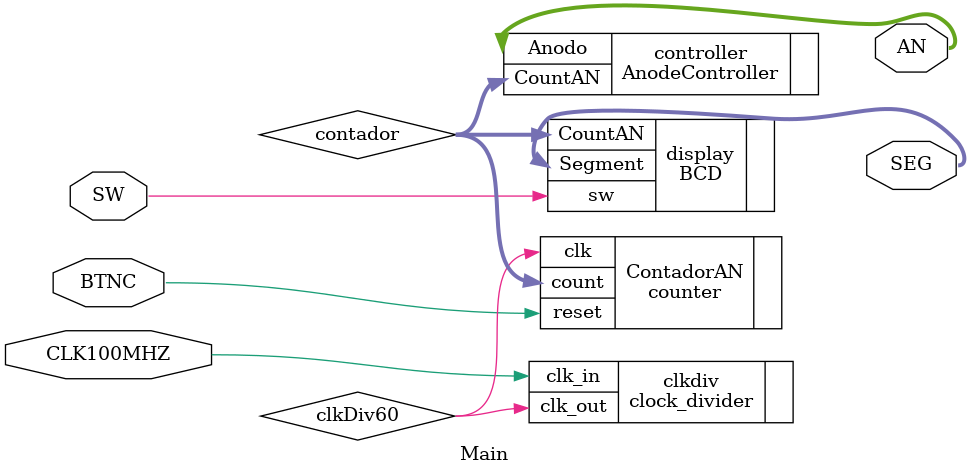
<source format=sv>
`timescale 1ns / 1ps


module Main(
    input logic CLK100MHZ, BTNC,
    input logic SW,
    output logic [6:0]SEG,
    output logic [7:0]AN
    );
    logic clkDiv60 ;
    logic [2:0] contador; 

    clock_divider #(640) clkdiv(
        .clk_in(CLK100MHZ),
        .clk_out(clkDiv60)
    ); 

    counter #(3) ContadorAN(
        .clk(clkDiv60),
        .reset(BTNC),
        .count(contador)
    );

    AnodeController controller(
        .CountAN(contador),
        .Anodo(AN)
    );

    BCD display(
        .sw(SW),
        .CountAN(contador),
        .Segment(SEG)
    );


endmodule

</source>
